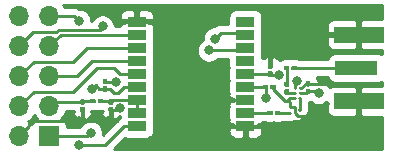
<source format=gbr>
G04 #@! TF.GenerationSoftware,KiCad,Pcbnew,(5.1.5)-3*
G04 #@! TF.CreationDate,2020-05-12T16:51:07+05:30*
G04 #@! TF.ProjectId,Teseo_Mod,54657365-6f5f-44d6-9f64-2e6b69636164,rev?*
G04 #@! TF.SameCoordinates,Original*
G04 #@! TF.FileFunction,Copper,L1,Top*
G04 #@! TF.FilePolarity,Positive*
%FSLAX46Y46*%
G04 Gerber Fmt 4.6, Leading zero omitted, Abs format (unit mm)*
G04 Created by KiCad (PCBNEW (5.1.5)-3) date 2020-05-12 16:51:07*
%MOMM*%
%LPD*%
G04 APERTURE LIST*
%ADD10O,1.700000X1.700000*%
%ADD11R,1.700000X1.700000*%
%ADD12R,0.200000X0.200000*%
%ADD13C,0.100000*%
%ADD14R,4.200000X1.350000*%
%ADD15R,3.600000X1.270000*%
%ADD16R,0.180000X0.250000*%
%ADD17R,1.600000X0.900000*%
%ADD18C,0.800000*%
%ADD19C,0.250000*%
%ADD20C,0.180000*%
%ADD21C,0.254000*%
G04 APERTURE END LIST*
D10*
X141060000Y-106120000D03*
X143600000Y-106120000D03*
X141060000Y-108660000D03*
X143600000Y-108660000D03*
X141060000Y-111200000D03*
X143600000Y-111200000D03*
X141060000Y-113740000D03*
X143600000Y-113740000D03*
X141060000Y-116280000D03*
D11*
X143600000Y-116280000D03*
D12*
X164400000Y-112200000D03*
X164400000Y-112600000D03*
X164400000Y-113000000D03*
X164800000Y-113000000D03*
X164800000Y-112600000D03*
X164800000Y-112200000D03*
G04 #@! TA.AperFunction,SMDPad,CuDef*
D13*
G36*
X164459802Y-110300482D02*
G01*
X164469509Y-110301921D01*
X164479028Y-110304306D01*
X164488268Y-110307612D01*
X164497140Y-110311808D01*
X164505557Y-110316853D01*
X164513439Y-110322699D01*
X164520711Y-110329289D01*
X164527301Y-110336561D01*
X164533147Y-110344443D01*
X164538192Y-110352860D01*
X164542388Y-110361732D01*
X164545694Y-110370972D01*
X164548079Y-110380491D01*
X164549518Y-110390198D01*
X164550000Y-110400000D01*
X164550000Y-110600000D01*
X164549518Y-110609802D01*
X164548079Y-110619509D01*
X164545694Y-110629028D01*
X164542388Y-110638268D01*
X164538192Y-110647140D01*
X164533147Y-110655557D01*
X164527301Y-110663439D01*
X164520711Y-110670711D01*
X164513439Y-110677301D01*
X164505557Y-110683147D01*
X164497140Y-110688192D01*
X164488268Y-110692388D01*
X164479028Y-110695694D01*
X164469509Y-110698079D01*
X164459802Y-110699518D01*
X164450000Y-110700000D01*
X164190000Y-110700000D01*
X164180198Y-110699518D01*
X164170491Y-110698079D01*
X164160972Y-110695694D01*
X164151732Y-110692388D01*
X164142860Y-110688192D01*
X164134443Y-110683147D01*
X164126561Y-110677301D01*
X164119289Y-110670711D01*
X164112699Y-110663439D01*
X164106853Y-110655557D01*
X164101808Y-110647140D01*
X164097612Y-110638268D01*
X164094306Y-110629028D01*
X164091921Y-110619509D01*
X164090482Y-110609802D01*
X164090000Y-110600000D01*
X164090000Y-110400000D01*
X164090482Y-110390198D01*
X164091921Y-110380491D01*
X164094306Y-110370972D01*
X164097612Y-110361732D01*
X164101808Y-110352860D01*
X164106853Y-110344443D01*
X164112699Y-110336561D01*
X164119289Y-110329289D01*
X164126561Y-110322699D01*
X164134443Y-110316853D01*
X164142860Y-110311808D01*
X164151732Y-110307612D01*
X164160972Y-110304306D01*
X164170491Y-110301921D01*
X164180198Y-110300482D01*
X164190000Y-110300000D01*
X164450000Y-110300000D01*
X164459802Y-110300482D01*
G37*
G04 #@! TD.AperFunction*
G04 #@! TA.AperFunction,SMDPad,CuDef*
G36*
X163819802Y-110300482D02*
G01*
X163829509Y-110301921D01*
X163839028Y-110304306D01*
X163848268Y-110307612D01*
X163857140Y-110311808D01*
X163865557Y-110316853D01*
X163873439Y-110322699D01*
X163880711Y-110329289D01*
X163887301Y-110336561D01*
X163893147Y-110344443D01*
X163898192Y-110352860D01*
X163902388Y-110361732D01*
X163905694Y-110370972D01*
X163908079Y-110380491D01*
X163909518Y-110390198D01*
X163910000Y-110400000D01*
X163910000Y-110600000D01*
X163909518Y-110609802D01*
X163908079Y-110619509D01*
X163905694Y-110629028D01*
X163902388Y-110638268D01*
X163898192Y-110647140D01*
X163893147Y-110655557D01*
X163887301Y-110663439D01*
X163880711Y-110670711D01*
X163873439Y-110677301D01*
X163865557Y-110683147D01*
X163857140Y-110688192D01*
X163848268Y-110692388D01*
X163839028Y-110695694D01*
X163829509Y-110698079D01*
X163819802Y-110699518D01*
X163810000Y-110700000D01*
X163550000Y-110700000D01*
X163540198Y-110699518D01*
X163530491Y-110698079D01*
X163520972Y-110695694D01*
X163511732Y-110692388D01*
X163502860Y-110688192D01*
X163494443Y-110683147D01*
X163486561Y-110677301D01*
X163479289Y-110670711D01*
X163472699Y-110663439D01*
X163466853Y-110655557D01*
X163461808Y-110647140D01*
X163457612Y-110638268D01*
X163454306Y-110629028D01*
X163451921Y-110619509D01*
X163450482Y-110609802D01*
X163450000Y-110600000D01*
X163450000Y-110400000D01*
X163450482Y-110390198D01*
X163451921Y-110380491D01*
X163454306Y-110370972D01*
X163457612Y-110361732D01*
X163461808Y-110352860D01*
X163466853Y-110344443D01*
X163472699Y-110336561D01*
X163479289Y-110329289D01*
X163486561Y-110322699D01*
X163494443Y-110316853D01*
X163502860Y-110311808D01*
X163511732Y-110307612D01*
X163520972Y-110304306D01*
X163530491Y-110301921D01*
X163540198Y-110300482D01*
X163550000Y-110300000D01*
X163810000Y-110300000D01*
X163819802Y-110300482D01*
G37*
G04 #@! TD.AperFunction*
G04 #@! TA.AperFunction,SMDPad,CuDef*
G36*
X165609802Y-111605482D02*
G01*
X165619509Y-111606921D01*
X165629028Y-111609306D01*
X165638268Y-111612612D01*
X165647140Y-111616808D01*
X165655557Y-111621853D01*
X165663439Y-111627699D01*
X165670711Y-111634289D01*
X165677301Y-111641561D01*
X165683147Y-111649443D01*
X165688192Y-111657860D01*
X165692388Y-111666732D01*
X165695694Y-111675972D01*
X165698079Y-111685491D01*
X165699518Y-111695198D01*
X165700000Y-111705000D01*
X165700000Y-111965000D01*
X165699518Y-111974802D01*
X165698079Y-111984509D01*
X165695694Y-111994028D01*
X165692388Y-112003268D01*
X165688192Y-112012140D01*
X165683147Y-112020557D01*
X165677301Y-112028439D01*
X165670711Y-112035711D01*
X165663439Y-112042301D01*
X165655557Y-112048147D01*
X165647140Y-112053192D01*
X165638268Y-112057388D01*
X165629028Y-112060694D01*
X165619509Y-112063079D01*
X165609802Y-112064518D01*
X165600000Y-112065000D01*
X165400000Y-112065000D01*
X165390198Y-112064518D01*
X165380491Y-112063079D01*
X165370972Y-112060694D01*
X165361732Y-112057388D01*
X165352860Y-112053192D01*
X165344443Y-112048147D01*
X165336561Y-112042301D01*
X165329289Y-112035711D01*
X165322699Y-112028439D01*
X165316853Y-112020557D01*
X165311808Y-112012140D01*
X165307612Y-112003268D01*
X165304306Y-111994028D01*
X165301921Y-111984509D01*
X165300482Y-111974802D01*
X165300000Y-111965000D01*
X165300000Y-111705000D01*
X165300482Y-111695198D01*
X165301921Y-111685491D01*
X165304306Y-111675972D01*
X165307612Y-111666732D01*
X165311808Y-111657860D01*
X165316853Y-111649443D01*
X165322699Y-111641561D01*
X165329289Y-111634289D01*
X165336561Y-111627699D01*
X165344443Y-111621853D01*
X165352860Y-111616808D01*
X165361732Y-111612612D01*
X165370972Y-111609306D01*
X165380491Y-111606921D01*
X165390198Y-111605482D01*
X165400000Y-111605000D01*
X165600000Y-111605000D01*
X165609802Y-111605482D01*
G37*
G04 #@! TD.AperFunction*
G04 #@! TA.AperFunction,SMDPad,CuDef*
G36*
X165609802Y-112245482D02*
G01*
X165619509Y-112246921D01*
X165629028Y-112249306D01*
X165638268Y-112252612D01*
X165647140Y-112256808D01*
X165655557Y-112261853D01*
X165663439Y-112267699D01*
X165670711Y-112274289D01*
X165677301Y-112281561D01*
X165683147Y-112289443D01*
X165688192Y-112297860D01*
X165692388Y-112306732D01*
X165695694Y-112315972D01*
X165698079Y-112325491D01*
X165699518Y-112335198D01*
X165700000Y-112345000D01*
X165700000Y-112605000D01*
X165699518Y-112614802D01*
X165698079Y-112624509D01*
X165695694Y-112634028D01*
X165692388Y-112643268D01*
X165688192Y-112652140D01*
X165683147Y-112660557D01*
X165677301Y-112668439D01*
X165670711Y-112675711D01*
X165663439Y-112682301D01*
X165655557Y-112688147D01*
X165647140Y-112693192D01*
X165638268Y-112697388D01*
X165629028Y-112700694D01*
X165619509Y-112703079D01*
X165609802Y-112704518D01*
X165600000Y-112705000D01*
X165400000Y-112705000D01*
X165390198Y-112704518D01*
X165380491Y-112703079D01*
X165370972Y-112700694D01*
X165361732Y-112697388D01*
X165352860Y-112693192D01*
X165344443Y-112688147D01*
X165336561Y-112682301D01*
X165329289Y-112675711D01*
X165322699Y-112668439D01*
X165316853Y-112660557D01*
X165311808Y-112652140D01*
X165307612Y-112643268D01*
X165304306Y-112634028D01*
X165301921Y-112624509D01*
X165300482Y-112614802D01*
X165300000Y-112605000D01*
X165300000Y-112345000D01*
X165300482Y-112335198D01*
X165301921Y-112325491D01*
X165304306Y-112315972D01*
X165307612Y-112306732D01*
X165311808Y-112297860D01*
X165316853Y-112289443D01*
X165322699Y-112281561D01*
X165329289Y-112274289D01*
X165336561Y-112267699D01*
X165344443Y-112261853D01*
X165352860Y-112256808D01*
X165361732Y-112252612D01*
X165370972Y-112249306D01*
X165380491Y-112246921D01*
X165390198Y-112245482D01*
X165400000Y-112245000D01*
X165600000Y-112245000D01*
X165609802Y-112245482D01*
G37*
G04 #@! TD.AperFunction*
G04 #@! TA.AperFunction,SMDPad,CuDef*
G36*
X162419802Y-114100482D02*
G01*
X162429509Y-114101921D01*
X162439028Y-114104306D01*
X162448268Y-114107612D01*
X162457140Y-114111808D01*
X162465557Y-114116853D01*
X162473439Y-114122699D01*
X162480711Y-114129289D01*
X162487301Y-114136561D01*
X162493147Y-114144443D01*
X162498192Y-114152860D01*
X162502388Y-114161732D01*
X162505694Y-114170972D01*
X162508079Y-114180491D01*
X162509518Y-114190198D01*
X162510000Y-114200000D01*
X162510000Y-114400000D01*
X162509518Y-114409802D01*
X162508079Y-114419509D01*
X162505694Y-114429028D01*
X162502388Y-114438268D01*
X162498192Y-114447140D01*
X162493147Y-114455557D01*
X162487301Y-114463439D01*
X162480711Y-114470711D01*
X162473439Y-114477301D01*
X162465557Y-114483147D01*
X162457140Y-114488192D01*
X162448268Y-114492388D01*
X162439028Y-114495694D01*
X162429509Y-114498079D01*
X162419802Y-114499518D01*
X162410000Y-114500000D01*
X162150000Y-114500000D01*
X162140198Y-114499518D01*
X162130491Y-114498079D01*
X162120972Y-114495694D01*
X162111732Y-114492388D01*
X162102860Y-114488192D01*
X162094443Y-114483147D01*
X162086561Y-114477301D01*
X162079289Y-114470711D01*
X162072699Y-114463439D01*
X162066853Y-114455557D01*
X162061808Y-114447140D01*
X162057612Y-114438268D01*
X162054306Y-114429028D01*
X162051921Y-114419509D01*
X162050482Y-114409802D01*
X162050000Y-114400000D01*
X162050000Y-114200000D01*
X162050482Y-114190198D01*
X162051921Y-114180491D01*
X162054306Y-114170972D01*
X162057612Y-114161732D01*
X162061808Y-114152860D01*
X162066853Y-114144443D01*
X162072699Y-114136561D01*
X162079289Y-114129289D01*
X162086561Y-114122699D01*
X162094443Y-114116853D01*
X162102860Y-114111808D01*
X162111732Y-114107612D01*
X162120972Y-114104306D01*
X162130491Y-114101921D01*
X162140198Y-114100482D01*
X162150000Y-114100000D01*
X162410000Y-114100000D01*
X162419802Y-114100482D01*
G37*
G04 #@! TD.AperFunction*
G04 #@! TA.AperFunction,SMDPad,CuDef*
G36*
X163059802Y-114100482D02*
G01*
X163069509Y-114101921D01*
X163079028Y-114104306D01*
X163088268Y-114107612D01*
X163097140Y-114111808D01*
X163105557Y-114116853D01*
X163113439Y-114122699D01*
X163120711Y-114129289D01*
X163127301Y-114136561D01*
X163133147Y-114144443D01*
X163138192Y-114152860D01*
X163142388Y-114161732D01*
X163145694Y-114170972D01*
X163148079Y-114180491D01*
X163149518Y-114190198D01*
X163150000Y-114200000D01*
X163150000Y-114400000D01*
X163149518Y-114409802D01*
X163148079Y-114419509D01*
X163145694Y-114429028D01*
X163142388Y-114438268D01*
X163138192Y-114447140D01*
X163133147Y-114455557D01*
X163127301Y-114463439D01*
X163120711Y-114470711D01*
X163113439Y-114477301D01*
X163105557Y-114483147D01*
X163097140Y-114488192D01*
X163088268Y-114492388D01*
X163079028Y-114495694D01*
X163069509Y-114498079D01*
X163059802Y-114499518D01*
X163050000Y-114500000D01*
X162790000Y-114500000D01*
X162780198Y-114499518D01*
X162770491Y-114498079D01*
X162760972Y-114495694D01*
X162751732Y-114492388D01*
X162742860Y-114488192D01*
X162734443Y-114483147D01*
X162726561Y-114477301D01*
X162719289Y-114470711D01*
X162712699Y-114463439D01*
X162706853Y-114455557D01*
X162701808Y-114447140D01*
X162697612Y-114438268D01*
X162694306Y-114429028D01*
X162691921Y-114419509D01*
X162690482Y-114409802D01*
X162690000Y-114400000D01*
X162690000Y-114200000D01*
X162690482Y-114190198D01*
X162691921Y-114180491D01*
X162694306Y-114170972D01*
X162697612Y-114161732D01*
X162701808Y-114152860D01*
X162706853Y-114144443D01*
X162712699Y-114136561D01*
X162719289Y-114129289D01*
X162726561Y-114122699D01*
X162734443Y-114116853D01*
X162742860Y-114111808D01*
X162751732Y-114107612D01*
X162760972Y-114104306D01*
X162770491Y-114101921D01*
X162780198Y-114100482D01*
X162790000Y-114100000D01*
X163050000Y-114100000D01*
X163059802Y-114100482D01*
G37*
G04 #@! TD.AperFunction*
G04 #@! TA.AperFunction,SMDPad,CuDef*
G36*
X148409802Y-111405482D02*
G01*
X148419509Y-111406921D01*
X148429028Y-111409306D01*
X148438268Y-111412612D01*
X148447140Y-111416808D01*
X148455557Y-111421853D01*
X148463439Y-111427699D01*
X148470711Y-111434289D01*
X148477301Y-111441561D01*
X148483147Y-111449443D01*
X148488192Y-111457860D01*
X148492388Y-111466732D01*
X148495694Y-111475972D01*
X148498079Y-111485491D01*
X148499518Y-111495198D01*
X148500000Y-111505000D01*
X148500000Y-111765000D01*
X148499518Y-111774802D01*
X148498079Y-111784509D01*
X148495694Y-111794028D01*
X148492388Y-111803268D01*
X148488192Y-111812140D01*
X148483147Y-111820557D01*
X148477301Y-111828439D01*
X148470711Y-111835711D01*
X148463439Y-111842301D01*
X148455557Y-111848147D01*
X148447140Y-111853192D01*
X148438268Y-111857388D01*
X148429028Y-111860694D01*
X148419509Y-111863079D01*
X148409802Y-111864518D01*
X148400000Y-111865000D01*
X148200000Y-111865000D01*
X148190198Y-111864518D01*
X148180491Y-111863079D01*
X148170972Y-111860694D01*
X148161732Y-111857388D01*
X148152860Y-111853192D01*
X148144443Y-111848147D01*
X148136561Y-111842301D01*
X148129289Y-111835711D01*
X148122699Y-111828439D01*
X148116853Y-111820557D01*
X148111808Y-111812140D01*
X148107612Y-111803268D01*
X148104306Y-111794028D01*
X148101921Y-111784509D01*
X148100482Y-111774802D01*
X148100000Y-111765000D01*
X148100000Y-111505000D01*
X148100482Y-111495198D01*
X148101921Y-111485491D01*
X148104306Y-111475972D01*
X148107612Y-111466732D01*
X148111808Y-111457860D01*
X148116853Y-111449443D01*
X148122699Y-111441561D01*
X148129289Y-111434289D01*
X148136561Y-111427699D01*
X148144443Y-111421853D01*
X148152860Y-111416808D01*
X148161732Y-111412612D01*
X148170972Y-111409306D01*
X148180491Y-111406921D01*
X148190198Y-111405482D01*
X148200000Y-111405000D01*
X148400000Y-111405000D01*
X148409802Y-111405482D01*
G37*
G04 #@! TD.AperFunction*
G04 #@! TA.AperFunction,SMDPad,CuDef*
G36*
X148409802Y-112045482D02*
G01*
X148419509Y-112046921D01*
X148429028Y-112049306D01*
X148438268Y-112052612D01*
X148447140Y-112056808D01*
X148455557Y-112061853D01*
X148463439Y-112067699D01*
X148470711Y-112074289D01*
X148477301Y-112081561D01*
X148483147Y-112089443D01*
X148488192Y-112097860D01*
X148492388Y-112106732D01*
X148495694Y-112115972D01*
X148498079Y-112125491D01*
X148499518Y-112135198D01*
X148500000Y-112145000D01*
X148500000Y-112405000D01*
X148499518Y-112414802D01*
X148498079Y-112424509D01*
X148495694Y-112434028D01*
X148492388Y-112443268D01*
X148488192Y-112452140D01*
X148483147Y-112460557D01*
X148477301Y-112468439D01*
X148470711Y-112475711D01*
X148463439Y-112482301D01*
X148455557Y-112488147D01*
X148447140Y-112493192D01*
X148438268Y-112497388D01*
X148429028Y-112500694D01*
X148419509Y-112503079D01*
X148409802Y-112504518D01*
X148400000Y-112505000D01*
X148200000Y-112505000D01*
X148190198Y-112504518D01*
X148180491Y-112503079D01*
X148170972Y-112500694D01*
X148161732Y-112497388D01*
X148152860Y-112493192D01*
X148144443Y-112488147D01*
X148136561Y-112482301D01*
X148129289Y-112475711D01*
X148122699Y-112468439D01*
X148116853Y-112460557D01*
X148111808Y-112452140D01*
X148107612Y-112443268D01*
X148104306Y-112434028D01*
X148101921Y-112424509D01*
X148100482Y-112414802D01*
X148100000Y-112405000D01*
X148100000Y-112145000D01*
X148100482Y-112135198D01*
X148101921Y-112125491D01*
X148104306Y-112115972D01*
X148107612Y-112106732D01*
X148111808Y-112097860D01*
X148116853Y-112089443D01*
X148122699Y-112081561D01*
X148129289Y-112074289D01*
X148136561Y-112067699D01*
X148144443Y-112061853D01*
X148152860Y-112056808D01*
X148161732Y-112052612D01*
X148170972Y-112049306D01*
X148180491Y-112046921D01*
X148190198Y-112045482D01*
X148200000Y-112045000D01*
X148400000Y-112045000D01*
X148409802Y-112045482D01*
G37*
G04 #@! TD.AperFunction*
G04 #@! TA.AperFunction,SMDPad,CuDef*
G36*
X162409802Y-110770482D02*
G01*
X162419509Y-110771921D01*
X162429028Y-110774306D01*
X162438268Y-110777612D01*
X162447140Y-110781808D01*
X162455557Y-110786853D01*
X162463439Y-110792699D01*
X162470711Y-110799289D01*
X162477301Y-110806561D01*
X162483147Y-110814443D01*
X162488192Y-110822860D01*
X162492388Y-110831732D01*
X162495694Y-110840972D01*
X162498079Y-110850491D01*
X162499518Y-110860198D01*
X162500000Y-110870000D01*
X162500000Y-111130000D01*
X162499518Y-111139802D01*
X162498079Y-111149509D01*
X162495694Y-111159028D01*
X162492388Y-111168268D01*
X162488192Y-111177140D01*
X162483147Y-111185557D01*
X162477301Y-111193439D01*
X162470711Y-111200711D01*
X162463439Y-111207301D01*
X162455557Y-111213147D01*
X162447140Y-111218192D01*
X162438268Y-111222388D01*
X162429028Y-111225694D01*
X162419509Y-111228079D01*
X162409802Y-111229518D01*
X162400000Y-111230000D01*
X162200000Y-111230000D01*
X162190198Y-111229518D01*
X162180491Y-111228079D01*
X162170972Y-111225694D01*
X162161732Y-111222388D01*
X162152860Y-111218192D01*
X162144443Y-111213147D01*
X162136561Y-111207301D01*
X162129289Y-111200711D01*
X162122699Y-111193439D01*
X162116853Y-111185557D01*
X162111808Y-111177140D01*
X162107612Y-111168268D01*
X162104306Y-111159028D01*
X162101921Y-111149509D01*
X162100482Y-111139802D01*
X162100000Y-111130000D01*
X162100000Y-110870000D01*
X162100482Y-110860198D01*
X162101921Y-110850491D01*
X162104306Y-110840972D01*
X162107612Y-110831732D01*
X162111808Y-110822860D01*
X162116853Y-110814443D01*
X162122699Y-110806561D01*
X162129289Y-110799289D01*
X162136561Y-110792699D01*
X162144443Y-110786853D01*
X162152860Y-110781808D01*
X162161732Y-110777612D01*
X162170972Y-110774306D01*
X162180491Y-110771921D01*
X162190198Y-110770482D01*
X162200000Y-110770000D01*
X162400000Y-110770000D01*
X162409802Y-110770482D01*
G37*
G04 #@! TD.AperFunction*
G04 #@! TA.AperFunction,SMDPad,CuDef*
G36*
X162409802Y-110130482D02*
G01*
X162419509Y-110131921D01*
X162429028Y-110134306D01*
X162438268Y-110137612D01*
X162447140Y-110141808D01*
X162455557Y-110146853D01*
X162463439Y-110152699D01*
X162470711Y-110159289D01*
X162477301Y-110166561D01*
X162483147Y-110174443D01*
X162488192Y-110182860D01*
X162492388Y-110191732D01*
X162495694Y-110200972D01*
X162498079Y-110210491D01*
X162499518Y-110220198D01*
X162500000Y-110230000D01*
X162500000Y-110490000D01*
X162499518Y-110499802D01*
X162498079Y-110509509D01*
X162495694Y-110519028D01*
X162492388Y-110528268D01*
X162488192Y-110537140D01*
X162483147Y-110545557D01*
X162477301Y-110553439D01*
X162470711Y-110560711D01*
X162463439Y-110567301D01*
X162455557Y-110573147D01*
X162447140Y-110578192D01*
X162438268Y-110582388D01*
X162429028Y-110585694D01*
X162419509Y-110588079D01*
X162409802Y-110589518D01*
X162400000Y-110590000D01*
X162200000Y-110590000D01*
X162190198Y-110589518D01*
X162180491Y-110588079D01*
X162170972Y-110585694D01*
X162161732Y-110582388D01*
X162152860Y-110578192D01*
X162144443Y-110573147D01*
X162136561Y-110567301D01*
X162129289Y-110560711D01*
X162122699Y-110553439D01*
X162116853Y-110545557D01*
X162111808Y-110537140D01*
X162107612Y-110528268D01*
X162104306Y-110519028D01*
X162101921Y-110509509D01*
X162100482Y-110499802D01*
X162100000Y-110490000D01*
X162100000Y-110230000D01*
X162100482Y-110220198D01*
X162101921Y-110210491D01*
X162104306Y-110200972D01*
X162107612Y-110191732D01*
X162111808Y-110182860D01*
X162116853Y-110174443D01*
X162122699Y-110166561D01*
X162129289Y-110159289D01*
X162136561Y-110152699D01*
X162144443Y-110146853D01*
X162152860Y-110141808D01*
X162161732Y-110137612D01*
X162170972Y-110134306D01*
X162180491Y-110131921D01*
X162190198Y-110130482D01*
X162200000Y-110130000D01*
X162400000Y-110130000D01*
X162409802Y-110130482D01*
G37*
G04 #@! TD.AperFunction*
G04 #@! TA.AperFunction,SMDPad,CuDef*
G36*
X148909802Y-113790482D02*
G01*
X148919509Y-113791921D01*
X148929028Y-113794306D01*
X148938268Y-113797612D01*
X148947140Y-113801808D01*
X148955557Y-113806853D01*
X148963439Y-113812699D01*
X148970711Y-113819289D01*
X148977301Y-113826561D01*
X148983147Y-113834443D01*
X148988192Y-113842860D01*
X148992388Y-113851732D01*
X148995694Y-113860972D01*
X148998079Y-113870491D01*
X148999518Y-113880198D01*
X149000000Y-113890000D01*
X149000000Y-114150000D01*
X148999518Y-114159802D01*
X148998079Y-114169509D01*
X148995694Y-114179028D01*
X148992388Y-114188268D01*
X148988192Y-114197140D01*
X148983147Y-114205557D01*
X148977301Y-114213439D01*
X148970711Y-114220711D01*
X148963439Y-114227301D01*
X148955557Y-114233147D01*
X148947140Y-114238192D01*
X148938268Y-114242388D01*
X148929028Y-114245694D01*
X148919509Y-114248079D01*
X148909802Y-114249518D01*
X148900000Y-114250000D01*
X148700000Y-114250000D01*
X148690198Y-114249518D01*
X148680491Y-114248079D01*
X148670972Y-114245694D01*
X148661732Y-114242388D01*
X148652860Y-114238192D01*
X148644443Y-114233147D01*
X148636561Y-114227301D01*
X148629289Y-114220711D01*
X148622699Y-114213439D01*
X148616853Y-114205557D01*
X148611808Y-114197140D01*
X148607612Y-114188268D01*
X148604306Y-114179028D01*
X148601921Y-114169509D01*
X148600482Y-114159802D01*
X148600000Y-114150000D01*
X148600000Y-113890000D01*
X148600482Y-113880198D01*
X148601921Y-113870491D01*
X148604306Y-113860972D01*
X148607612Y-113851732D01*
X148611808Y-113842860D01*
X148616853Y-113834443D01*
X148622699Y-113826561D01*
X148629289Y-113819289D01*
X148636561Y-113812699D01*
X148644443Y-113806853D01*
X148652860Y-113801808D01*
X148661732Y-113797612D01*
X148670972Y-113794306D01*
X148680491Y-113791921D01*
X148690198Y-113790482D01*
X148700000Y-113790000D01*
X148900000Y-113790000D01*
X148909802Y-113790482D01*
G37*
G04 #@! TD.AperFunction*
G04 #@! TA.AperFunction,SMDPad,CuDef*
G36*
X148909802Y-113150482D02*
G01*
X148919509Y-113151921D01*
X148929028Y-113154306D01*
X148938268Y-113157612D01*
X148947140Y-113161808D01*
X148955557Y-113166853D01*
X148963439Y-113172699D01*
X148970711Y-113179289D01*
X148977301Y-113186561D01*
X148983147Y-113194443D01*
X148988192Y-113202860D01*
X148992388Y-113211732D01*
X148995694Y-113220972D01*
X148998079Y-113230491D01*
X148999518Y-113240198D01*
X149000000Y-113250000D01*
X149000000Y-113510000D01*
X148999518Y-113519802D01*
X148998079Y-113529509D01*
X148995694Y-113539028D01*
X148992388Y-113548268D01*
X148988192Y-113557140D01*
X148983147Y-113565557D01*
X148977301Y-113573439D01*
X148970711Y-113580711D01*
X148963439Y-113587301D01*
X148955557Y-113593147D01*
X148947140Y-113598192D01*
X148938268Y-113602388D01*
X148929028Y-113605694D01*
X148919509Y-113608079D01*
X148909802Y-113609518D01*
X148900000Y-113610000D01*
X148700000Y-113610000D01*
X148690198Y-113609518D01*
X148680491Y-113608079D01*
X148670972Y-113605694D01*
X148661732Y-113602388D01*
X148652860Y-113598192D01*
X148644443Y-113593147D01*
X148636561Y-113587301D01*
X148629289Y-113580711D01*
X148622699Y-113573439D01*
X148616853Y-113565557D01*
X148611808Y-113557140D01*
X148607612Y-113548268D01*
X148604306Y-113539028D01*
X148601921Y-113529509D01*
X148600482Y-113519802D01*
X148600000Y-113510000D01*
X148600000Y-113250000D01*
X148600482Y-113240198D01*
X148601921Y-113230491D01*
X148604306Y-113220972D01*
X148607612Y-113211732D01*
X148611808Y-113202860D01*
X148616853Y-113194443D01*
X148622699Y-113186561D01*
X148629289Y-113179289D01*
X148636561Y-113172699D01*
X148644443Y-113166853D01*
X148652860Y-113161808D01*
X148661732Y-113157612D01*
X148670972Y-113154306D01*
X148680491Y-113151921D01*
X148690198Y-113150482D01*
X148700000Y-113150000D01*
X148900000Y-113150000D01*
X148909802Y-113150482D01*
G37*
G04 #@! TD.AperFunction*
G04 #@! TA.AperFunction,SMDPad,CuDef*
G36*
X146509802Y-113150482D02*
G01*
X146519509Y-113151921D01*
X146529028Y-113154306D01*
X146538268Y-113157612D01*
X146547140Y-113161808D01*
X146555557Y-113166853D01*
X146563439Y-113172699D01*
X146570711Y-113179289D01*
X146577301Y-113186561D01*
X146583147Y-113194443D01*
X146588192Y-113202860D01*
X146592388Y-113211732D01*
X146595694Y-113220972D01*
X146598079Y-113230491D01*
X146599518Y-113240198D01*
X146600000Y-113250000D01*
X146600000Y-113510000D01*
X146599518Y-113519802D01*
X146598079Y-113529509D01*
X146595694Y-113539028D01*
X146592388Y-113548268D01*
X146588192Y-113557140D01*
X146583147Y-113565557D01*
X146577301Y-113573439D01*
X146570711Y-113580711D01*
X146563439Y-113587301D01*
X146555557Y-113593147D01*
X146547140Y-113598192D01*
X146538268Y-113602388D01*
X146529028Y-113605694D01*
X146519509Y-113608079D01*
X146509802Y-113609518D01*
X146500000Y-113610000D01*
X146300000Y-113610000D01*
X146290198Y-113609518D01*
X146280491Y-113608079D01*
X146270972Y-113605694D01*
X146261732Y-113602388D01*
X146252860Y-113598192D01*
X146244443Y-113593147D01*
X146236561Y-113587301D01*
X146229289Y-113580711D01*
X146222699Y-113573439D01*
X146216853Y-113565557D01*
X146211808Y-113557140D01*
X146207612Y-113548268D01*
X146204306Y-113539028D01*
X146201921Y-113529509D01*
X146200482Y-113519802D01*
X146200000Y-113510000D01*
X146200000Y-113250000D01*
X146200482Y-113240198D01*
X146201921Y-113230491D01*
X146204306Y-113220972D01*
X146207612Y-113211732D01*
X146211808Y-113202860D01*
X146216853Y-113194443D01*
X146222699Y-113186561D01*
X146229289Y-113179289D01*
X146236561Y-113172699D01*
X146244443Y-113166853D01*
X146252860Y-113161808D01*
X146261732Y-113157612D01*
X146270972Y-113154306D01*
X146280491Y-113151921D01*
X146290198Y-113150482D01*
X146300000Y-113150000D01*
X146500000Y-113150000D01*
X146509802Y-113150482D01*
G37*
G04 #@! TD.AperFunction*
G04 #@! TA.AperFunction,SMDPad,CuDef*
G36*
X146509802Y-113790482D02*
G01*
X146519509Y-113791921D01*
X146529028Y-113794306D01*
X146538268Y-113797612D01*
X146547140Y-113801808D01*
X146555557Y-113806853D01*
X146563439Y-113812699D01*
X146570711Y-113819289D01*
X146577301Y-113826561D01*
X146583147Y-113834443D01*
X146588192Y-113842860D01*
X146592388Y-113851732D01*
X146595694Y-113860972D01*
X146598079Y-113870491D01*
X146599518Y-113880198D01*
X146600000Y-113890000D01*
X146600000Y-114150000D01*
X146599518Y-114159802D01*
X146598079Y-114169509D01*
X146595694Y-114179028D01*
X146592388Y-114188268D01*
X146588192Y-114197140D01*
X146583147Y-114205557D01*
X146577301Y-114213439D01*
X146570711Y-114220711D01*
X146563439Y-114227301D01*
X146555557Y-114233147D01*
X146547140Y-114238192D01*
X146538268Y-114242388D01*
X146529028Y-114245694D01*
X146519509Y-114248079D01*
X146509802Y-114249518D01*
X146500000Y-114250000D01*
X146300000Y-114250000D01*
X146290198Y-114249518D01*
X146280491Y-114248079D01*
X146270972Y-114245694D01*
X146261732Y-114242388D01*
X146252860Y-114238192D01*
X146244443Y-114233147D01*
X146236561Y-114227301D01*
X146229289Y-114220711D01*
X146222699Y-114213439D01*
X146216853Y-114205557D01*
X146211808Y-114197140D01*
X146207612Y-114188268D01*
X146204306Y-114179028D01*
X146201921Y-114169509D01*
X146200482Y-114159802D01*
X146200000Y-114150000D01*
X146200000Y-113890000D01*
X146200482Y-113880198D01*
X146201921Y-113870491D01*
X146204306Y-113860972D01*
X146207612Y-113851732D01*
X146211808Y-113842860D01*
X146216853Y-113834443D01*
X146222699Y-113826561D01*
X146229289Y-113819289D01*
X146236561Y-113812699D01*
X146244443Y-113806853D01*
X146252860Y-113801808D01*
X146261732Y-113797612D01*
X146270972Y-113794306D01*
X146280491Y-113791921D01*
X146290198Y-113790482D01*
X146300000Y-113790000D01*
X146500000Y-113790000D01*
X146509802Y-113790482D01*
G37*
G04 #@! TD.AperFunction*
D14*
X169800000Y-113325000D03*
X169800000Y-107675000D03*
D15*
X169600000Y-110500000D03*
G04 #@! TA.AperFunction,SMDPad,CuDef*
D13*
G36*
X163809802Y-111650482D02*
G01*
X163819509Y-111651921D01*
X163829028Y-111654306D01*
X163838268Y-111657612D01*
X163847140Y-111661808D01*
X163855557Y-111666853D01*
X163863439Y-111672699D01*
X163870711Y-111679289D01*
X163877301Y-111686561D01*
X163883147Y-111694443D01*
X163888192Y-111702860D01*
X163892388Y-111711732D01*
X163895694Y-111720972D01*
X163898079Y-111730491D01*
X163899518Y-111740198D01*
X163900000Y-111750000D01*
X163900000Y-112010000D01*
X163899518Y-112019802D01*
X163898079Y-112029509D01*
X163895694Y-112039028D01*
X163892388Y-112048268D01*
X163888192Y-112057140D01*
X163883147Y-112065557D01*
X163877301Y-112073439D01*
X163870711Y-112080711D01*
X163863439Y-112087301D01*
X163855557Y-112093147D01*
X163847140Y-112098192D01*
X163838268Y-112102388D01*
X163829028Y-112105694D01*
X163819509Y-112108079D01*
X163809802Y-112109518D01*
X163800000Y-112110000D01*
X163600000Y-112110000D01*
X163590198Y-112109518D01*
X163580491Y-112108079D01*
X163570972Y-112105694D01*
X163561732Y-112102388D01*
X163552860Y-112098192D01*
X163544443Y-112093147D01*
X163536561Y-112087301D01*
X163529289Y-112080711D01*
X163522699Y-112073439D01*
X163516853Y-112065557D01*
X163511808Y-112057140D01*
X163507612Y-112048268D01*
X163504306Y-112039028D01*
X163501921Y-112029509D01*
X163500482Y-112019802D01*
X163500000Y-112010000D01*
X163500000Y-111750000D01*
X163500482Y-111740198D01*
X163501921Y-111730491D01*
X163504306Y-111720972D01*
X163507612Y-111711732D01*
X163511808Y-111702860D01*
X163516853Y-111694443D01*
X163522699Y-111686561D01*
X163529289Y-111679289D01*
X163536561Y-111672699D01*
X163544443Y-111666853D01*
X163552860Y-111661808D01*
X163561732Y-111657612D01*
X163570972Y-111654306D01*
X163580491Y-111651921D01*
X163590198Y-111650482D01*
X163600000Y-111650000D01*
X163800000Y-111650000D01*
X163809802Y-111650482D01*
G37*
G04 #@! TD.AperFunction*
G04 #@! TA.AperFunction,SMDPad,CuDef*
G36*
X163809802Y-112290482D02*
G01*
X163819509Y-112291921D01*
X163829028Y-112294306D01*
X163838268Y-112297612D01*
X163847140Y-112301808D01*
X163855557Y-112306853D01*
X163863439Y-112312699D01*
X163870711Y-112319289D01*
X163877301Y-112326561D01*
X163883147Y-112334443D01*
X163888192Y-112342860D01*
X163892388Y-112351732D01*
X163895694Y-112360972D01*
X163898079Y-112370491D01*
X163899518Y-112380198D01*
X163900000Y-112390000D01*
X163900000Y-112650000D01*
X163899518Y-112659802D01*
X163898079Y-112669509D01*
X163895694Y-112679028D01*
X163892388Y-112688268D01*
X163888192Y-112697140D01*
X163883147Y-112705557D01*
X163877301Y-112713439D01*
X163870711Y-112720711D01*
X163863439Y-112727301D01*
X163855557Y-112733147D01*
X163847140Y-112738192D01*
X163838268Y-112742388D01*
X163829028Y-112745694D01*
X163819509Y-112748079D01*
X163809802Y-112749518D01*
X163800000Y-112750000D01*
X163600000Y-112750000D01*
X163590198Y-112749518D01*
X163580491Y-112748079D01*
X163570972Y-112745694D01*
X163561732Y-112742388D01*
X163552860Y-112738192D01*
X163544443Y-112733147D01*
X163536561Y-112727301D01*
X163529289Y-112720711D01*
X163522699Y-112713439D01*
X163516853Y-112705557D01*
X163511808Y-112697140D01*
X163507612Y-112688268D01*
X163504306Y-112679028D01*
X163501921Y-112669509D01*
X163500482Y-112659802D01*
X163500000Y-112650000D01*
X163500000Y-112390000D01*
X163500482Y-112380198D01*
X163501921Y-112370491D01*
X163504306Y-112360972D01*
X163507612Y-112351732D01*
X163511808Y-112342860D01*
X163516853Y-112334443D01*
X163522699Y-112326561D01*
X163529289Y-112319289D01*
X163536561Y-112312699D01*
X163544443Y-112306853D01*
X163552860Y-112301808D01*
X163561732Y-112297612D01*
X163570972Y-112294306D01*
X163580491Y-112291921D01*
X163590198Y-112290482D01*
X163600000Y-112290000D01*
X163800000Y-112290000D01*
X163809802Y-112290482D01*
G37*
G04 #@! TD.AperFunction*
G04 #@! TA.AperFunction,SMDPad,CuDef*
G36*
X148059802Y-113100482D02*
G01*
X148069509Y-113101921D01*
X148079028Y-113104306D01*
X148088268Y-113107612D01*
X148097140Y-113111808D01*
X148105557Y-113116853D01*
X148113439Y-113122699D01*
X148120711Y-113129289D01*
X148127301Y-113136561D01*
X148133147Y-113144443D01*
X148138192Y-113152860D01*
X148142388Y-113161732D01*
X148145694Y-113170972D01*
X148148079Y-113180491D01*
X148149518Y-113190198D01*
X148150000Y-113200000D01*
X148150000Y-113400000D01*
X148149518Y-113409802D01*
X148148079Y-113419509D01*
X148145694Y-113429028D01*
X148142388Y-113438268D01*
X148138192Y-113447140D01*
X148133147Y-113455557D01*
X148127301Y-113463439D01*
X148120711Y-113470711D01*
X148113439Y-113477301D01*
X148105557Y-113483147D01*
X148097140Y-113488192D01*
X148088268Y-113492388D01*
X148079028Y-113495694D01*
X148069509Y-113498079D01*
X148059802Y-113499518D01*
X148050000Y-113500000D01*
X147790000Y-113500000D01*
X147780198Y-113499518D01*
X147770491Y-113498079D01*
X147760972Y-113495694D01*
X147751732Y-113492388D01*
X147742860Y-113488192D01*
X147734443Y-113483147D01*
X147726561Y-113477301D01*
X147719289Y-113470711D01*
X147712699Y-113463439D01*
X147706853Y-113455557D01*
X147701808Y-113447140D01*
X147697612Y-113438268D01*
X147694306Y-113429028D01*
X147691921Y-113419509D01*
X147690482Y-113409802D01*
X147690000Y-113400000D01*
X147690000Y-113200000D01*
X147690482Y-113190198D01*
X147691921Y-113180491D01*
X147694306Y-113170972D01*
X147697612Y-113161732D01*
X147701808Y-113152860D01*
X147706853Y-113144443D01*
X147712699Y-113136561D01*
X147719289Y-113129289D01*
X147726561Y-113122699D01*
X147734443Y-113116853D01*
X147742860Y-113111808D01*
X147751732Y-113107612D01*
X147760972Y-113104306D01*
X147770491Y-113101921D01*
X147780198Y-113100482D01*
X147790000Y-113100000D01*
X148050000Y-113100000D01*
X148059802Y-113100482D01*
G37*
G04 #@! TD.AperFunction*
G04 #@! TA.AperFunction,SMDPad,CuDef*
G36*
X147419802Y-113100482D02*
G01*
X147429509Y-113101921D01*
X147439028Y-113104306D01*
X147448268Y-113107612D01*
X147457140Y-113111808D01*
X147465557Y-113116853D01*
X147473439Y-113122699D01*
X147480711Y-113129289D01*
X147487301Y-113136561D01*
X147493147Y-113144443D01*
X147498192Y-113152860D01*
X147502388Y-113161732D01*
X147505694Y-113170972D01*
X147508079Y-113180491D01*
X147509518Y-113190198D01*
X147510000Y-113200000D01*
X147510000Y-113400000D01*
X147509518Y-113409802D01*
X147508079Y-113419509D01*
X147505694Y-113429028D01*
X147502388Y-113438268D01*
X147498192Y-113447140D01*
X147493147Y-113455557D01*
X147487301Y-113463439D01*
X147480711Y-113470711D01*
X147473439Y-113477301D01*
X147465557Y-113483147D01*
X147457140Y-113488192D01*
X147448268Y-113492388D01*
X147439028Y-113495694D01*
X147429509Y-113498079D01*
X147419802Y-113499518D01*
X147410000Y-113500000D01*
X147150000Y-113500000D01*
X147140198Y-113499518D01*
X147130491Y-113498079D01*
X147120972Y-113495694D01*
X147111732Y-113492388D01*
X147102860Y-113488192D01*
X147094443Y-113483147D01*
X147086561Y-113477301D01*
X147079289Y-113470711D01*
X147072699Y-113463439D01*
X147066853Y-113455557D01*
X147061808Y-113447140D01*
X147057612Y-113438268D01*
X147054306Y-113429028D01*
X147051921Y-113419509D01*
X147050482Y-113409802D01*
X147050000Y-113400000D01*
X147050000Y-113200000D01*
X147050482Y-113190198D01*
X147051921Y-113180491D01*
X147054306Y-113170972D01*
X147057612Y-113161732D01*
X147061808Y-113152860D01*
X147066853Y-113144443D01*
X147072699Y-113136561D01*
X147079289Y-113129289D01*
X147086561Y-113122699D01*
X147094443Y-113116853D01*
X147102860Y-113111808D01*
X147111732Y-113107612D01*
X147120972Y-113104306D01*
X147130491Y-113101921D01*
X147140198Y-113100482D01*
X147150000Y-113100000D01*
X147410000Y-113100000D01*
X147419802Y-113100482D01*
G37*
G04 #@! TD.AperFunction*
G04 #@! TA.AperFunction,SMDPad,CuDef*
G36*
X162659802Y-111900482D02*
G01*
X162669509Y-111901921D01*
X162679028Y-111904306D01*
X162688268Y-111907612D01*
X162697140Y-111911808D01*
X162705557Y-111916853D01*
X162713439Y-111922699D01*
X162720711Y-111929289D01*
X162727301Y-111936561D01*
X162733147Y-111944443D01*
X162738192Y-111952860D01*
X162742388Y-111961732D01*
X162745694Y-111970972D01*
X162748079Y-111980491D01*
X162749518Y-111990198D01*
X162750000Y-112000000D01*
X162750000Y-112200000D01*
X162749518Y-112209802D01*
X162748079Y-112219509D01*
X162745694Y-112229028D01*
X162742388Y-112238268D01*
X162738192Y-112247140D01*
X162733147Y-112255557D01*
X162727301Y-112263439D01*
X162720711Y-112270711D01*
X162713439Y-112277301D01*
X162705557Y-112283147D01*
X162697140Y-112288192D01*
X162688268Y-112292388D01*
X162679028Y-112295694D01*
X162669509Y-112298079D01*
X162659802Y-112299518D01*
X162650000Y-112300000D01*
X162390000Y-112300000D01*
X162380198Y-112299518D01*
X162370491Y-112298079D01*
X162360972Y-112295694D01*
X162351732Y-112292388D01*
X162342860Y-112288192D01*
X162334443Y-112283147D01*
X162326561Y-112277301D01*
X162319289Y-112270711D01*
X162312699Y-112263439D01*
X162306853Y-112255557D01*
X162301808Y-112247140D01*
X162297612Y-112238268D01*
X162294306Y-112229028D01*
X162291921Y-112219509D01*
X162290482Y-112209802D01*
X162290000Y-112200000D01*
X162290000Y-112000000D01*
X162290482Y-111990198D01*
X162291921Y-111980491D01*
X162294306Y-111970972D01*
X162297612Y-111961732D01*
X162301808Y-111952860D01*
X162306853Y-111944443D01*
X162312699Y-111936561D01*
X162319289Y-111929289D01*
X162326561Y-111922699D01*
X162334443Y-111916853D01*
X162342860Y-111911808D01*
X162351732Y-111907612D01*
X162360972Y-111904306D01*
X162370491Y-111901921D01*
X162380198Y-111900482D01*
X162390000Y-111900000D01*
X162650000Y-111900000D01*
X162659802Y-111900482D01*
G37*
G04 #@! TD.AperFunction*
G04 #@! TA.AperFunction,SMDPad,CuDef*
G36*
X162019802Y-111900482D02*
G01*
X162029509Y-111901921D01*
X162039028Y-111904306D01*
X162048268Y-111907612D01*
X162057140Y-111911808D01*
X162065557Y-111916853D01*
X162073439Y-111922699D01*
X162080711Y-111929289D01*
X162087301Y-111936561D01*
X162093147Y-111944443D01*
X162098192Y-111952860D01*
X162102388Y-111961732D01*
X162105694Y-111970972D01*
X162108079Y-111980491D01*
X162109518Y-111990198D01*
X162110000Y-112000000D01*
X162110000Y-112200000D01*
X162109518Y-112209802D01*
X162108079Y-112219509D01*
X162105694Y-112229028D01*
X162102388Y-112238268D01*
X162098192Y-112247140D01*
X162093147Y-112255557D01*
X162087301Y-112263439D01*
X162080711Y-112270711D01*
X162073439Y-112277301D01*
X162065557Y-112283147D01*
X162057140Y-112288192D01*
X162048268Y-112292388D01*
X162039028Y-112295694D01*
X162029509Y-112298079D01*
X162019802Y-112299518D01*
X162010000Y-112300000D01*
X161750000Y-112300000D01*
X161740198Y-112299518D01*
X161730491Y-112298079D01*
X161720972Y-112295694D01*
X161711732Y-112292388D01*
X161702860Y-112288192D01*
X161694443Y-112283147D01*
X161686561Y-112277301D01*
X161679289Y-112270711D01*
X161672699Y-112263439D01*
X161666853Y-112255557D01*
X161661808Y-112247140D01*
X161657612Y-112238268D01*
X161654306Y-112229028D01*
X161651921Y-112219509D01*
X161650482Y-112209802D01*
X161650000Y-112200000D01*
X161650000Y-112000000D01*
X161650482Y-111990198D01*
X161651921Y-111980491D01*
X161654306Y-111970972D01*
X161657612Y-111961732D01*
X161661808Y-111952860D01*
X161666853Y-111944443D01*
X161672699Y-111936561D01*
X161679289Y-111929289D01*
X161686561Y-111922699D01*
X161694443Y-111916853D01*
X161702860Y-111911808D01*
X161711732Y-111907612D01*
X161720972Y-111904306D01*
X161730491Y-111901921D01*
X161740198Y-111900482D01*
X161750000Y-111900000D01*
X162010000Y-111900000D01*
X162019802Y-111900482D01*
G37*
G04 #@! TD.AperFunction*
D16*
X164000000Y-114300000D03*
X164000000Y-113800000D03*
X164385000Y-114300000D03*
X164385000Y-113800000D03*
X164770000Y-114050000D03*
D17*
X160200000Y-115400000D03*
X160200000Y-114300000D03*
X160200000Y-113200000D03*
X160200000Y-112100000D03*
X160200000Y-111000000D03*
X160200000Y-109900000D03*
X160200000Y-108800000D03*
X160200000Y-107700000D03*
X160200000Y-106600000D03*
X151000000Y-115400000D03*
X151000000Y-114300000D03*
X151000000Y-113200000D03*
X151000000Y-112100000D03*
X151000000Y-106600000D03*
X151000000Y-107700000D03*
X151000000Y-108800000D03*
X151000000Y-109900000D03*
X151000000Y-111000000D03*
D18*
X146100000Y-115000000D03*
X148600000Y-115000000D03*
X170800000Y-105700000D03*
X169600000Y-105700000D03*
X168400000Y-105700000D03*
X167000000Y-105700000D03*
X165500000Y-105700000D03*
X164200000Y-105700000D03*
X162800000Y-105700000D03*
X162800000Y-106800000D03*
X164200000Y-106800000D03*
X165500000Y-106800000D03*
X162800000Y-107900000D03*
X164200000Y-107900000D03*
X165500000Y-107900000D03*
X164200000Y-109000000D03*
X165600000Y-109000000D03*
X166000000Y-114600000D03*
X171100000Y-115100000D03*
X170100000Y-115100000D03*
X168800000Y-115100000D03*
X167500000Y-115100000D03*
X171200000Y-116100000D03*
X170200000Y-116200000D03*
X169000000Y-116300000D03*
X167800000Y-116200000D03*
X166500000Y-116200000D03*
X165200000Y-116200000D03*
X163600000Y-116200000D03*
X162200000Y-116200000D03*
X158100000Y-105600000D03*
X157000000Y-105600000D03*
X155900000Y-105600000D03*
X154800000Y-105600000D03*
X153500000Y-105500000D03*
X149600000Y-113900000D03*
X149200000Y-111700000D03*
X166400000Y-112600000D03*
X163025000Y-111100000D03*
X147100000Y-116000000D03*
X147200000Y-112300000D03*
X148100000Y-106975000D03*
X157100000Y-109000000D03*
X146100000Y-106500000D03*
X157600000Y-108000000D03*
X146100000Y-117005000D03*
X164566605Y-111566420D03*
X161900000Y-113000000D03*
D19*
X169600000Y-110500000D02*
X164320000Y-110500000D01*
X163700000Y-110520000D02*
X163680000Y-110500000D01*
X163700000Y-111880000D02*
X163700000Y-110520000D01*
X146400000Y-114020000D02*
X146400000Y-114700000D01*
X146400000Y-114700000D02*
X146100000Y-115000000D01*
X148800000Y-114020000D02*
X148800000Y-114800000D01*
X148800000Y-114800000D02*
X148600000Y-115000000D01*
X141909999Y-115430001D02*
X141909999Y-115190001D01*
X141060000Y-116280000D02*
X141909999Y-115430001D01*
X142100000Y-115000000D02*
X146100000Y-115000000D01*
X141909999Y-115190001D02*
X142100000Y-115000000D01*
X164000000Y-113800000D02*
X164354999Y-113800000D01*
X146665685Y-115000000D02*
X148600000Y-115000000D01*
X146100000Y-115000000D02*
X146665685Y-115000000D01*
X169800000Y-114800000D02*
X170100000Y-115100000D01*
X169800000Y-113325000D02*
X169800000Y-114800000D01*
X165300000Y-111835000D02*
X165500000Y-111835000D01*
X164935000Y-112200000D02*
X165300000Y-111835000D01*
X164800000Y-112200000D02*
X164935000Y-112200000D01*
X169800000Y-112400000D02*
X169800000Y-113325000D01*
X169235000Y-111835000D02*
X169800000Y-112400000D01*
X165500000Y-111835000D02*
X169235000Y-111835000D01*
X163980346Y-113000000D02*
X163680346Y-113300000D01*
X164400000Y-113000000D02*
X163980346Y-113000000D01*
X162520000Y-112300000D02*
X162520000Y-112100000D01*
X163520000Y-113300000D02*
X162520000Y-112300000D01*
X163680346Y-113300000D02*
X163520000Y-113300000D01*
X163875000Y-113300000D02*
X163680346Y-113300000D01*
X164000000Y-113425000D02*
X163875000Y-113300000D01*
X164000000Y-113800000D02*
X164000000Y-113425000D01*
X164369992Y-113815008D02*
X164385000Y-113800000D01*
X164369992Y-114215690D02*
X164369992Y-113815008D01*
X164385000Y-114230698D02*
X164369992Y-114215690D01*
X164385000Y-114300000D02*
X164385000Y-114230698D01*
X164685000Y-114600000D02*
X166000000Y-114600000D01*
X164385000Y-114300000D02*
X164685000Y-114600000D01*
X148800000Y-114020000D02*
X149480000Y-114020000D01*
X149480000Y-114020000D02*
X149600000Y-113900000D01*
X148365000Y-111700000D02*
X148300000Y-111635000D01*
X149200000Y-111700000D02*
X148365000Y-111700000D01*
X162800000Y-108900000D02*
X162800000Y-107900000D01*
X162300000Y-110360000D02*
X162300000Y-109400000D01*
X162300000Y-109400000D02*
X162800000Y-108900000D01*
X160200000Y-111000000D02*
X161920000Y-111000000D01*
X165375000Y-112600000D02*
X165500000Y-112475000D01*
X164800000Y-112600000D02*
X165375000Y-112600000D01*
X161920000Y-111000000D02*
X162300000Y-111000000D01*
X165500000Y-112475000D02*
X166275000Y-112475000D01*
X166275000Y-112475000D02*
X166400000Y-112600000D01*
X162400000Y-111100000D02*
X162300000Y-111000000D01*
X163025000Y-111100000D02*
X162400000Y-111100000D01*
X162280000Y-114300000D02*
X160200000Y-114300000D01*
X162920000Y-114300000D02*
X163969999Y-114300000D01*
X143600000Y-116280000D02*
X146820000Y-116280000D01*
X146820000Y-116280000D02*
X147100000Y-116000000D01*
X147525000Y-111975000D02*
X147200000Y-112300000D01*
X147825000Y-112275000D02*
X148300000Y-112275000D01*
X147525000Y-111975000D02*
X147825000Y-112275000D01*
X148750000Y-112275000D02*
X148300000Y-112275000D01*
X149400000Y-112600000D02*
X149075000Y-112600000D01*
X151000000Y-112100000D02*
X149900000Y-112100000D01*
X149075000Y-112600000D02*
X148750000Y-112275000D01*
X149900000Y-112100000D02*
X149400000Y-112600000D01*
X148720000Y-113300000D02*
X148800000Y-113380000D01*
X147920000Y-113300000D02*
X148720000Y-113300000D01*
X148980000Y-113200000D02*
X148800000Y-113380000D01*
X151000000Y-113200000D02*
X148980000Y-113200000D01*
X151000000Y-114300000D02*
X151000000Y-113200000D01*
X143960000Y-113380000D02*
X143600000Y-113740000D01*
X146400000Y-113380000D02*
X143960000Y-113380000D01*
X146480000Y-113300000D02*
X146400000Y-113380000D01*
X147280000Y-113300000D02*
X146480000Y-113300000D01*
X151000000Y-111000000D02*
X149600000Y-111000000D01*
X149600000Y-111000000D02*
X149100000Y-110500000D01*
X149100000Y-110500000D02*
X147600000Y-110500000D01*
X147600000Y-110500000D02*
X145600000Y-112500000D01*
X142300000Y-112500000D02*
X141060000Y-113740000D01*
X145600000Y-112500000D02*
X142300000Y-112500000D01*
X143600000Y-111200000D02*
X145900000Y-111200000D01*
X147200000Y-109900000D02*
X151000000Y-109900000D01*
X145900000Y-111200000D02*
X147200000Y-109900000D01*
X141060000Y-111200000D02*
X142260000Y-110000000D01*
X142260000Y-110000000D02*
X145600000Y-110000000D01*
X146800000Y-108800000D02*
X151000000Y-108800000D01*
X145600000Y-110000000D02*
X146800000Y-108800000D01*
X144560000Y-107700000D02*
X151000000Y-107700000D01*
X143600000Y-108660000D02*
X144560000Y-107700000D01*
X144138591Y-107484999D02*
X144373600Y-107249990D01*
X141060000Y-108660000D02*
X142235001Y-107484999D01*
X142235001Y-107484999D02*
X144138591Y-107484999D01*
X144373600Y-107249990D02*
X147850010Y-107249990D01*
X147850010Y-107249990D02*
X148100000Y-107000000D01*
X148100000Y-107000000D02*
X148100000Y-106975000D01*
X160000000Y-109000000D02*
X160200000Y-108800000D01*
X157100000Y-109000000D02*
X160000000Y-109000000D01*
X143600000Y-106120000D02*
X145720000Y-106120000D01*
X145720000Y-106120000D02*
X146100000Y-106500000D01*
X160000000Y-107500000D02*
X160200000Y-107700000D01*
X157600000Y-108000000D02*
X158100000Y-107500000D01*
X158100000Y-107500000D02*
X160000000Y-107500000D01*
X149950000Y-115400000D02*
X149100000Y-116250000D01*
X151000000Y-115400000D02*
X149950000Y-115400000D01*
X149100000Y-116250000D02*
X148345000Y-117005000D01*
X148345000Y-117005000D02*
X146100000Y-117005000D01*
X163780000Y-112600000D02*
X164400000Y-112600000D01*
X163700000Y-112520000D02*
X163780000Y-112600000D01*
X160200000Y-112100000D02*
X161880000Y-112100000D01*
X164400000Y-112200000D02*
X164400000Y-111733025D01*
X164400000Y-111733025D02*
X164566605Y-111566420D01*
X161900000Y-112120000D02*
X161880000Y-112100000D01*
X161900000Y-113000000D02*
X161900000Y-112120000D01*
D20*
X164770000Y-113030000D02*
X164800000Y-113000000D01*
D19*
X164800000Y-114020000D02*
X164800000Y-113000000D01*
X164770000Y-114050000D02*
X164800000Y-114020000D01*
D21*
G36*
X171740000Y-106362199D02*
G01*
X170085750Y-106365000D01*
X169927000Y-106523750D01*
X169927000Y-107548000D01*
X169947000Y-107548000D01*
X169947000Y-107802000D01*
X169927000Y-107802000D01*
X169927000Y-108826250D01*
X170085750Y-108985000D01*
X171740000Y-108987801D01*
X171740000Y-109326716D01*
X171644180Y-109275498D01*
X171524482Y-109239188D01*
X171400000Y-109226928D01*
X167800000Y-109226928D01*
X167675518Y-109239188D01*
X167555820Y-109275498D01*
X167445506Y-109334463D01*
X167348815Y-109413815D01*
X167269463Y-109510506D01*
X167210498Y-109620820D01*
X167174345Y-109740000D01*
X164773401Y-109740000D01*
X164732448Y-109718110D01*
X164593991Y-109676110D01*
X164450000Y-109661928D01*
X164190000Y-109661928D01*
X164046009Y-109676110D01*
X164000000Y-109690067D01*
X163953991Y-109676110D01*
X163810000Y-109661928D01*
X163550000Y-109661928D01*
X163406009Y-109676110D01*
X163267552Y-109718110D01*
X163139949Y-109786316D01*
X163067741Y-109845575D01*
X163040589Y-109791032D01*
X162964072Y-109692081D01*
X162869722Y-109609960D01*
X162761163Y-109547823D01*
X162642567Y-109508059D01*
X162531750Y-109495000D01*
X162373000Y-109653750D01*
X162373000Y-110131928D01*
X162227000Y-110131928D01*
X162227000Y-109653750D01*
X162068250Y-109495000D01*
X161957433Y-109508059D01*
X161838837Y-109547823D01*
X161730278Y-109609960D01*
X161638072Y-109690215D01*
X161638072Y-109450000D01*
X161628223Y-109350000D01*
X161638072Y-109250000D01*
X161638072Y-108350000D01*
X167061928Y-108350000D01*
X167074188Y-108474482D01*
X167110498Y-108594180D01*
X167169463Y-108704494D01*
X167248815Y-108801185D01*
X167345506Y-108880537D01*
X167455820Y-108939502D01*
X167575518Y-108975812D01*
X167700000Y-108988072D01*
X169514250Y-108985000D01*
X169673000Y-108826250D01*
X169673000Y-107802000D01*
X167223750Y-107802000D01*
X167065000Y-107960750D01*
X167061928Y-108350000D01*
X161638072Y-108350000D01*
X161628223Y-108250000D01*
X161638072Y-108150000D01*
X161638072Y-107250000D01*
X161628223Y-107150000D01*
X161638072Y-107050000D01*
X161638072Y-107000000D01*
X167061928Y-107000000D01*
X167065000Y-107389250D01*
X167223750Y-107548000D01*
X169673000Y-107548000D01*
X169673000Y-106523750D01*
X169514250Y-106365000D01*
X167700000Y-106361928D01*
X167575518Y-106374188D01*
X167455820Y-106410498D01*
X167345506Y-106469463D01*
X167248815Y-106548815D01*
X167169463Y-106645506D01*
X167110498Y-106755820D01*
X167074188Y-106875518D01*
X167061928Y-107000000D01*
X161638072Y-107000000D01*
X161638072Y-106150000D01*
X161625812Y-106025518D01*
X161589502Y-105905820D01*
X161530537Y-105795506D01*
X161451185Y-105698815D01*
X161354494Y-105619463D01*
X161244180Y-105560498D01*
X161124482Y-105524188D01*
X161000000Y-105511928D01*
X159400000Y-105511928D01*
X159275518Y-105524188D01*
X159155820Y-105560498D01*
X159045506Y-105619463D01*
X158948815Y-105698815D01*
X158869463Y-105795506D01*
X158810498Y-105905820D01*
X158774188Y-106025518D01*
X158761928Y-106150000D01*
X158761928Y-106740000D01*
X158137325Y-106740000D01*
X158100000Y-106736324D01*
X158062675Y-106740000D01*
X158062667Y-106740000D01*
X157951014Y-106750997D01*
X157807753Y-106794454D01*
X157675724Y-106865026D01*
X157559999Y-106959999D01*
X157555895Y-106965000D01*
X157498061Y-106965000D01*
X157298102Y-107004774D01*
X157109744Y-107082795D01*
X156940226Y-107196063D01*
X156796063Y-107340226D01*
X156682795Y-107509744D01*
X156604774Y-107698102D01*
X156565000Y-107898061D01*
X156565000Y-108101939D01*
X156566888Y-108111430D01*
X156440226Y-108196063D01*
X156296063Y-108340226D01*
X156182795Y-108509744D01*
X156104774Y-108698102D01*
X156065000Y-108898061D01*
X156065000Y-109101939D01*
X156104774Y-109301898D01*
X156182795Y-109490256D01*
X156296063Y-109659774D01*
X156440226Y-109803937D01*
X156609744Y-109917205D01*
X156798102Y-109995226D01*
X156998061Y-110035000D01*
X157201939Y-110035000D01*
X157401898Y-109995226D01*
X157590256Y-109917205D01*
X157759774Y-109803937D01*
X157803711Y-109760000D01*
X158761928Y-109760000D01*
X158761928Y-110350000D01*
X158771777Y-110450000D01*
X158761928Y-110550000D01*
X158761928Y-111450000D01*
X158771777Y-111550000D01*
X158761928Y-111650000D01*
X158761928Y-112550000D01*
X158771777Y-112650000D01*
X158761928Y-112750000D01*
X158765000Y-112914250D01*
X158923750Y-113073000D01*
X159036322Y-113073000D01*
X159045506Y-113080537D01*
X159155820Y-113139502D01*
X159275518Y-113175812D01*
X159400000Y-113188072D01*
X160347000Y-113188072D01*
X160347000Y-113211928D01*
X159400000Y-113211928D01*
X159275518Y-113224188D01*
X159155820Y-113260498D01*
X159045506Y-113319463D01*
X159036322Y-113327000D01*
X158923750Y-113327000D01*
X158765000Y-113485750D01*
X158761928Y-113650000D01*
X158771777Y-113750000D01*
X158761928Y-113850000D01*
X158761928Y-114750000D01*
X158771777Y-114850000D01*
X158761928Y-114950000D01*
X158765000Y-115114250D01*
X158923750Y-115273000D01*
X159036322Y-115273000D01*
X159045506Y-115280537D01*
X159155820Y-115339502D01*
X159275518Y-115375812D01*
X159400000Y-115388072D01*
X161000000Y-115388072D01*
X161124482Y-115375812D01*
X161244180Y-115339502D01*
X161354494Y-115280537D01*
X161363678Y-115273000D01*
X161476250Y-115273000D01*
X161635000Y-115114250D01*
X161636015Y-115060000D01*
X161826599Y-115060000D01*
X161867552Y-115081890D01*
X162006009Y-115123890D01*
X162150000Y-115138072D01*
X162410000Y-115138072D01*
X162553991Y-115123890D01*
X162600000Y-115109933D01*
X162646009Y-115123890D01*
X162790000Y-115138072D01*
X163050000Y-115138072D01*
X163193991Y-115123890D01*
X163332448Y-115081890D01*
X163373401Y-115060000D01*
X163878808Y-115060000D01*
X163910000Y-115063072D01*
X164090000Y-115063072D01*
X164191522Y-115053073D01*
X164226250Y-115060000D01*
X164244563Y-115041687D01*
X164334180Y-115014502D01*
X164441101Y-114957351D01*
X164543750Y-115060000D01*
X164647577Y-115039291D01*
X164764103Y-114993819D01*
X164869519Y-114926488D01*
X164959774Y-114839885D01*
X164987760Y-114799818D01*
X165104180Y-114764502D01*
X165214494Y-114705537D01*
X165311185Y-114626185D01*
X165390537Y-114529494D01*
X165449502Y-114419180D01*
X165450963Y-114414362D01*
X165505546Y-114312247D01*
X165549003Y-114168986D01*
X165560000Y-114057333D01*
X165560000Y-114057323D01*
X165563676Y-114020001D01*
X165560000Y-113982678D01*
X165560000Y-113343072D01*
X165600000Y-113343072D01*
X165672245Y-113335956D01*
X165740226Y-113403937D01*
X165909744Y-113517205D01*
X166098102Y-113595226D01*
X166298061Y-113635000D01*
X166501939Y-113635000D01*
X166701898Y-113595226D01*
X166890256Y-113517205D01*
X167059774Y-113403937D01*
X167065000Y-113398711D01*
X167065000Y-113452002D01*
X167223748Y-113452002D01*
X167065000Y-113610750D01*
X167061928Y-114000000D01*
X167074188Y-114124482D01*
X167110498Y-114244180D01*
X167169463Y-114354494D01*
X167248815Y-114451185D01*
X167345506Y-114530537D01*
X167455820Y-114589502D01*
X167575518Y-114625812D01*
X167700000Y-114638072D01*
X169514250Y-114635000D01*
X169673000Y-114476250D01*
X169673000Y-113452000D01*
X169653000Y-113452000D01*
X169653000Y-113198000D01*
X169673000Y-113198000D01*
X169673000Y-112173750D01*
X169514250Y-112015000D01*
X167700000Y-112011928D01*
X167575518Y-112024188D01*
X167455820Y-112060498D01*
X167345506Y-112119463D01*
X167327389Y-112134331D01*
X167317205Y-112109744D01*
X167203937Y-111940226D01*
X167059774Y-111796063D01*
X166890256Y-111682795D01*
X166701898Y-111604774D01*
X166501939Y-111565000D01*
X166334353Y-111565000D01*
X166329157Y-111498709D01*
X166296331Y-111378009D01*
X166240589Y-111266032D01*
X166235925Y-111260000D01*
X167174345Y-111260000D01*
X167210498Y-111379180D01*
X167269463Y-111489494D01*
X167348815Y-111586185D01*
X167445506Y-111665537D01*
X167555820Y-111724502D01*
X167675518Y-111760812D01*
X167800000Y-111773072D01*
X171400000Y-111773072D01*
X171524482Y-111760812D01*
X171644180Y-111724502D01*
X171740001Y-111673284D01*
X171740001Y-112012199D01*
X170085750Y-112015000D01*
X169927000Y-112173750D01*
X169927000Y-113198000D01*
X169947000Y-113198000D01*
X169947000Y-113452000D01*
X169927000Y-113452000D01*
X169927000Y-114476250D01*
X170085750Y-114635000D01*
X171740001Y-114637801D01*
X171740001Y-117340000D01*
X149084801Y-117340000D01*
X149663799Y-116761003D01*
X149663803Y-116760998D01*
X149978438Y-116446363D01*
X150075518Y-116475812D01*
X150200000Y-116488072D01*
X151800000Y-116488072D01*
X151924482Y-116475812D01*
X152044180Y-116439502D01*
X152154494Y-116380537D01*
X152251185Y-116301185D01*
X152330537Y-116204494D01*
X152389502Y-116094180D01*
X152425812Y-115974482D01*
X152438072Y-115850000D01*
X158761928Y-115850000D01*
X158774188Y-115974482D01*
X158810498Y-116094180D01*
X158869463Y-116204494D01*
X158948815Y-116301185D01*
X159045506Y-116380537D01*
X159155820Y-116439502D01*
X159275518Y-116475812D01*
X159400000Y-116488072D01*
X159914250Y-116485000D01*
X160073000Y-116326250D01*
X160073000Y-115527000D01*
X160327000Y-115527000D01*
X160327000Y-116326250D01*
X160485750Y-116485000D01*
X161000000Y-116488072D01*
X161124482Y-116475812D01*
X161244180Y-116439502D01*
X161354494Y-116380537D01*
X161451185Y-116301185D01*
X161530537Y-116204494D01*
X161589502Y-116094180D01*
X161625812Y-115974482D01*
X161638072Y-115850000D01*
X161635000Y-115685750D01*
X161476250Y-115527000D01*
X160327000Y-115527000D01*
X160073000Y-115527000D01*
X158923750Y-115527000D01*
X158765000Y-115685750D01*
X158761928Y-115850000D01*
X152438072Y-115850000D01*
X152438072Y-114950000D01*
X152428223Y-114850000D01*
X152438072Y-114750000D01*
X152438072Y-113850000D01*
X152428223Y-113750000D01*
X152438072Y-113650000D01*
X152438072Y-112750000D01*
X152428223Y-112650000D01*
X152438072Y-112550000D01*
X152438072Y-111650000D01*
X152428223Y-111550000D01*
X152438072Y-111450000D01*
X152438072Y-110550000D01*
X152428223Y-110450000D01*
X152438072Y-110350000D01*
X152438072Y-109450000D01*
X152428223Y-109350000D01*
X152438072Y-109250000D01*
X152438072Y-108350000D01*
X152428223Y-108250000D01*
X152438072Y-108150000D01*
X152438072Y-107250000D01*
X152428223Y-107150000D01*
X152438072Y-107050000D01*
X152435000Y-106885750D01*
X152276250Y-106727000D01*
X152163678Y-106727000D01*
X152154494Y-106719463D01*
X152044180Y-106660498D01*
X151924482Y-106624188D01*
X151800000Y-106611928D01*
X150200000Y-106611928D01*
X150075518Y-106624188D01*
X149955820Y-106660498D01*
X149845506Y-106719463D01*
X149836322Y-106727000D01*
X149723750Y-106727000D01*
X149565000Y-106885750D01*
X149563985Y-106940000D01*
X149135000Y-106940000D01*
X149135000Y-106873061D01*
X149095226Y-106673102D01*
X149017205Y-106484744D01*
X148903937Y-106315226D01*
X148759774Y-106171063D01*
X148728251Y-106150000D01*
X149561928Y-106150000D01*
X149565000Y-106314250D01*
X149723750Y-106473000D01*
X150873000Y-106473000D01*
X150873000Y-105673750D01*
X151127000Y-105673750D01*
X151127000Y-106473000D01*
X152276250Y-106473000D01*
X152435000Y-106314250D01*
X152438072Y-106150000D01*
X152425812Y-106025518D01*
X152389502Y-105905820D01*
X152330537Y-105795506D01*
X152251185Y-105698815D01*
X152154494Y-105619463D01*
X152044180Y-105560498D01*
X151924482Y-105524188D01*
X151800000Y-105511928D01*
X151285750Y-105515000D01*
X151127000Y-105673750D01*
X150873000Y-105673750D01*
X150714250Y-105515000D01*
X150200000Y-105511928D01*
X150075518Y-105524188D01*
X149955820Y-105560498D01*
X149845506Y-105619463D01*
X149748815Y-105698815D01*
X149669463Y-105795506D01*
X149610498Y-105905820D01*
X149574188Y-106025518D01*
X149561928Y-106150000D01*
X148728251Y-106150000D01*
X148590256Y-106057795D01*
X148401898Y-105979774D01*
X148201939Y-105940000D01*
X147998061Y-105940000D01*
X147798102Y-105979774D01*
X147609744Y-106057795D01*
X147440226Y-106171063D01*
X147296063Y-106315226D01*
X147182795Y-106484744D01*
X147180622Y-106489990D01*
X147135000Y-106489990D01*
X147135000Y-106398061D01*
X147095226Y-106198102D01*
X147017205Y-106009744D01*
X146903937Y-105840226D01*
X146759774Y-105696063D01*
X146590256Y-105582795D01*
X146401898Y-105504774D01*
X146201939Y-105465000D01*
X146106811Y-105465000D01*
X146012247Y-105414454D01*
X145868986Y-105370997D01*
X145757333Y-105360000D01*
X145757322Y-105360000D01*
X145720000Y-105356324D01*
X145682678Y-105360000D01*
X144878178Y-105360000D01*
X144753475Y-105173368D01*
X144740107Y-105160000D01*
X171740000Y-105160000D01*
X171740000Y-106362199D01*
G37*
X171740000Y-106362199D02*
X170085750Y-106365000D01*
X169927000Y-106523750D01*
X169927000Y-107548000D01*
X169947000Y-107548000D01*
X169947000Y-107802000D01*
X169927000Y-107802000D01*
X169927000Y-108826250D01*
X170085750Y-108985000D01*
X171740000Y-108987801D01*
X171740000Y-109326716D01*
X171644180Y-109275498D01*
X171524482Y-109239188D01*
X171400000Y-109226928D01*
X167800000Y-109226928D01*
X167675518Y-109239188D01*
X167555820Y-109275498D01*
X167445506Y-109334463D01*
X167348815Y-109413815D01*
X167269463Y-109510506D01*
X167210498Y-109620820D01*
X167174345Y-109740000D01*
X164773401Y-109740000D01*
X164732448Y-109718110D01*
X164593991Y-109676110D01*
X164450000Y-109661928D01*
X164190000Y-109661928D01*
X164046009Y-109676110D01*
X164000000Y-109690067D01*
X163953991Y-109676110D01*
X163810000Y-109661928D01*
X163550000Y-109661928D01*
X163406009Y-109676110D01*
X163267552Y-109718110D01*
X163139949Y-109786316D01*
X163067741Y-109845575D01*
X163040589Y-109791032D01*
X162964072Y-109692081D01*
X162869722Y-109609960D01*
X162761163Y-109547823D01*
X162642567Y-109508059D01*
X162531750Y-109495000D01*
X162373000Y-109653750D01*
X162373000Y-110131928D01*
X162227000Y-110131928D01*
X162227000Y-109653750D01*
X162068250Y-109495000D01*
X161957433Y-109508059D01*
X161838837Y-109547823D01*
X161730278Y-109609960D01*
X161638072Y-109690215D01*
X161638072Y-109450000D01*
X161628223Y-109350000D01*
X161638072Y-109250000D01*
X161638072Y-108350000D01*
X167061928Y-108350000D01*
X167074188Y-108474482D01*
X167110498Y-108594180D01*
X167169463Y-108704494D01*
X167248815Y-108801185D01*
X167345506Y-108880537D01*
X167455820Y-108939502D01*
X167575518Y-108975812D01*
X167700000Y-108988072D01*
X169514250Y-108985000D01*
X169673000Y-108826250D01*
X169673000Y-107802000D01*
X167223750Y-107802000D01*
X167065000Y-107960750D01*
X167061928Y-108350000D01*
X161638072Y-108350000D01*
X161628223Y-108250000D01*
X161638072Y-108150000D01*
X161638072Y-107250000D01*
X161628223Y-107150000D01*
X161638072Y-107050000D01*
X161638072Y-107000000D01*
X167061928Y-107000000D01*
X167065000Y-107389250D01*
X167223750Y-107548000D01*
X169673000Y-107548000D01*
X169673000Y-106523750D01*
X169514250Y-106365000D01*
X167700000Y-106361928D01*
X167575518Y-106374188D01*
X167455820Y-106410498D01*
X167345506Y-106469463D01*
X167248815Y-106548815D01*
X167169463Y-106645506D01*
X167110498Y-106755820D01*
X167074188Y-106875518D01*
X167061928Y-107000000D01*
X161638072Y-107000000D01*
X161638072Y-106150000D01*
X161625812Y-106025518D01*
X161589502Y-105905820D01*
X161530537Y-105795506D01*
X161451185Y-105698815D01*
X161354494Y-105619463D01*
X161244180Y-105560498D01*
X161124482Y-105524188D01*
X161000000Y-105511928D01*
X159400000Y-105511928D01*
X159275518Y-105524188D01*
X159155820Y-105560498D01*
X159045506Y-105619463D01*
X158948815Y-105698815D01*
X158869463Y-105795506D01*
X158810498Y-105905820D01*
X158774188Y-106025518D01*
X158761928Y-106150000D01*
X158761928Y-106740000D01*
X158137325Y-106740000D01*
X158100000Y-106736324D01*
X158062675Y-106740000D01*
X158062667Y-106740000D01*
X157951014Y-106750997D01*
X157807753Y-106794454D01*
X157675724Y-106865026D01*
X157559999Y-106959999D01*
X157555895Y-106965000D01*
X157498061Y-106965000D01*
X157298102Y-107004774D01*
X157109744Y-107082795D01*
X156940226Y-107196063D01*
X156796063Y-107340226D01*
X156682795Y-107509744D01*
X156604774Y-107698102D01*
X156565000Y-107898061D01*
X156565000Y-108101939D01*
X156566888Y-108111430D01*
X156440226Y-108196063D01*
X156296063Y-108340226D01*
X156182795Y-108509744D01*
X156104774Y-108698102D01*
X156065000Y-108898061D01*
X156065000Y-109101939D01*
X156104774Y-109301898D01*
X156182795Y-109490256D01*
X156296063Y-109659774D01*
X156440226Y-109803937D01*
X156609744Y-109917205D01*
X156798102Y-109995226D01*
X156998061Y-110035000D01*
X157201939Y-110035000D01*
X157401898Y-109995226D01*
X157590256Y-109917205D01*
X157759774Y-109803937D01*
X157803711Y-109760000D01*
X158761928Y-109760000D01*
X158761928Y-110350000D01*
X158771777Y-110450000D01*
X158761928Y-110550000D01*
X158761928Y-111450000D01*
X158771777Y-111550000D01*
X158761928Y-111650000D01*
X158761928Y-112550000D01*
X158771777Y-112650000D01*
X158761928Y-112750000D01*
X158765000Y-112914250D01*
X158923750Y-113073000D01*
X159036322Y-113073000D01*
X159045506Y-113080537D01*
X159155820Y-113139502D01*
X159275518Y-113175812D01*
X159400000Y-113188072D01*
X160347000Y-113188072D01*
X160347000Y-113211928D01*
X159400000Y-113211928D01*
X159275518Y-113224188D01*
X159155820Y-113260498D01*
X159045506Y-113319463D01*
X159036322Y-113327000D01*
X158923750Y-113327000D01*
X158765000Y-113485750D01*
X158761928Y-113650000D01*
X158771777Y-113750000D01*
X158761928Y-113850000D01*
X158761928Y-114750000D01*
X158771777Y-114850000D01*
X158761928Y-114950000D01*
X158765000Y-115114250D01*
X158923750Y-115273000D01*
X159036322Y-115273000D01*
X159045506Y-115280537D01*
X159155820Y-115339502D01*
X159275518Y-115375812D01*
X159400000Y-115388072D01*
X161000000Y-115388072D01*
X161124482Y-115375812D01*
X161244180Y-115339502D01*
X161354494Y-115280537D01*
X161363678Y-115273000D01*
X161476250Y-115273000D01*
X161635000Y-115114250D01*
X161636015Y-115060000D01*
X161826599Y-115060000D01*
X161867552Y-115081890D01*
X162006009Y-115123890D01*
X162150000Y-115138072D01*
X162410000Y-115138072D01*
X162553991Y-115123890D01*
X162600000Y-115109933D01*
X162646009Y-115123890D01*
X162790000Y-115138072D01*
X163050000Y-115138072D01*
X163193991Y-115123890D01*
X163332448Y-115081890D01*
X163373401Y-115060000D01*
X163878808Y-115060000D01*
X163910000Y-115063072D01*
X164090000Y-115063072D01*
X164191522Y-115053073D01*
X164226250Y-115060000D01*
X164244563Y-115041687D01*
X164334180Y-115014502D01*
X164441101Y-114957351D01*
X164543750Y-115060000D01*
X164647577Y-115039291D01*
X164764103Y-114993819D01*
X164869519Y-114926488D01*
X164959774Y-114839885D01*
X164987760Y-114799818D01*
X165104180Y-114764502D01*
X165214494Y-114705537D01*
X165311185Y-114626185D01*
X165390537Y-114529494D01*
X165449502Y-114419180D01*
X165450963Y-114414362D01*
X165505546Y-114312247D01*
X165549003Y-114168986D01*
X165560000Y-114057333D01*
X165560000Y-114057323D01*
X165563676Y-114020001D01*
X165560000Y-113982678D01*
X165560000Y-113343072D01*
X165600000Y-113343072D01*
X165672245Y-113335956D01*
X165740226Y-113403937D01*
X165909744Y-113517205D01*
X166098102Y-113595226D01*
X166298061Y-113635000D01*
X166501939Y-113635000D01*
X166701898Y-113595226D01*
X166890256Y-113517205D01*
X167059774Y-113403937D01*
X167065000Y-113398711D01*
X167065000Y-113452002D01*
X167223748Y-113452002D01*
X167065000Y-113610750D01*
X167061928Y-114000000D01*
X167074188Y-114124482D01*
X167110498Y-114244180D01*
X167169463Y-114354494D01*
X167248815Y-114451185D01*
X167345506Y-114530537D01*
X167455820Y-114589502D01*
X167575518Y-114625812D01*
X167700000Y-114638072D01*
X169514250Y-114635000D01*
X169673000Y-114476250D01*
X169673000Y-113452000D01*
X169653000Y-113452000D01*
X169653000Y-113198000D01*
X169673000Y-113198000D01*
X169673000Y-112173750D01*
X169514250Y-112015000D01*
X167700000Y-112011928D01*
X167575518Y-112024188D01*
X167455820Y-112060498D01*
X167345506Y-112119463D01*
X167327389Y-112134331D01*
X167317205Y-112109744D01*
X167203937Y-111940226D01*
X167059774Y-111796063D01*
X166890256Y-111682795D01*
X166701898Y-111604774D01*
X166501939Y-111565000D01*
X166334353Y-111565000D01*
X166329157Y-111498709D01*
X166296331Y-111378009D01*
X166240589Y-111266032D01*
X166235925Y-111260000D01*
X167174345Y-111260000D01*
X167210498Y-111379180D01*
X167269463Y-111489494D01*
X167348815Y-111586185D01*
X167445506Y-111665537D01*
X167555820Y-111724502D01*
X167675518Y-111760812D01*
X167800000Y-111773072D01*
X171400000Y-111773072D01*
X171524482Y-111760812D01*
X171644180Y-111724502D01*
X171740001Y-111673284D01*
X171740001Y-112012199D01*
X170085750Y-112015000D01*
X169927000Y-112173750D01*
X169927000Y-113198000D01*
X169947000Y-113198000D01*
X169947000Y-113452000D01*
X169927000Y-113452000D01*
X169927000Y-114476250D01*
X170085750Y-114635000D01*
X171740001Y-114637801D01*
X171740001Y-117340000D01*
X149084801Y-117340000D01*
X149663799Y-116761003D01*
X149663803Y-116760998D01*
X149978438Y-116446363D01*
X150075518Y-116475812D01*
X150200000Y-116488072D01*
X151800000Y-116488072D01*
X151924482Y-116475812D01*
X152044180Y-116439502D01*
X152154494Y-116380537D01*
X152251185Y-116301185D01*
X152330537Y-116204494D01*
X152389502Y-116094180D01*
X152425812Y-115974482D01*
X152438072Y-115850000D01*
X158761928Y-115850000D01*
X158774188Y-115974482D01*
X158810498Y-116094180D01*
X158869463Y-116204494D01*
X158948815Y-116301185D01*
X159045506Y-116380537D01*
X159155820Y-116439502D01*
X159275518Y-116475812D01*
X159400000Y-116488072D01*
X159914250Y-116485000D01*
X160073000Y-116326250D01*
X160073000Y-115527000D01*
X160327000Y-115527000D01*
X160327000Y-116326250D01*
X160485750Y-116485000D01*
X161000000Y-116488072D01*
X161124482Y-116475812D01*
X161244180Y-116439502D01*
X161354494Y-116380537D01*
X161451185Y-116301185D01*
X161530537Y-116204494D01*
X161589502Y-116094180D01*
X161625812Y-115974482D01*
X161638072Y-115850000D01*
X161635000Y-115685750D01*
X161476250Y-115527000D01*
X160327000Y-115527000D01*
X160073000Y-115527000D01*
X158923750Y-115527000D01*
X158765000Y-115685750D01*
X158761928Y-115850000D01*
X152438072Y-115850000D01*
X152438072Y-114950000D01*
X152428223Y-114850000D01*
X152438072Y-114750000D01*
X152438072Y-113850000D01*
X152428223Y-113750000D01*
X152438072Y-113650000D01*
X152438072Y-112750000D01*
X152428223Y-112650000D01*
X152438072Y-112550000D01*
X152438072Y-111650000D01*
X152428223Y-111550000D01*
X152438072Y-111450000D01*
X152438072Y-110550000D01*
X152428223Y-110450000D01*
X152438072Y-110350000D01*
X152438072Y-109450000D01*
X152428223Y-109350000D01*
X152438072Y-109250000D01*
X152438072Y-108350000D01*
X152428223Y-108250000D01*
X152438072Y-108150000D01*
X152438072Y-107250000D01*
X152428223Y-107150000D01*
X152438072Y-107050000D01*
X152435000Y-106885750D01*
X152276250Y-106727000D01*
X152163678Y-106727000D01*
X152154494Y-106719463D01*
X152044180Y-106660498D01*
X151924482Y-106624188D01*
X151800000Y-106611928D01*
X150200000Y-106611928D01*
X150075518Y-106624188D01*
X149955820Y-106660498D01*
X149845506Y-106719463D01*
X149836322Y-106727000D01*
X149723750Y-106727000D01*
X149565000Y-106885750D01*
X149563985Y-106940000D01*
X149135000Y-106940000D01*
X149135000Y-106873061D01*
X149095226Y-106673102D01*
X149017205Y-106484744D01*
X148903937Y-106315226D01*
X148759774Y-106171063D01*
X148728251Y-106150000D01*
X149561928Y-106150000D01*
X149565000Y-106314250D01*
X149723750Y-106473000D01*
X150873000Y-106473000D01*
X150873000Y-105673750D01*
X151127000Y-105673750D01*
X151127000Y-106473000D01*
X152276250Y-106473000D01*
X152435000Y-106314250D01*
X152438072Y-106150000D01*
X152425812Y-106025518D01*
X152389502Y-105905820D01*
X152330537Y-105795506D01*
X152251185Y-105698815D01*
X152154494Y-105619463D01*
X152044180Y-105560498D01*
X151924482Y-105524188D01*
X151800000Y-105511928D01*
X151285750Y-105515000D01*
X151127000Y-105673750D01*
X150873000Y-105673750D01*
X150714250Y-105515000D01*
X150200000Y-105511928D01*
X150075518Y-105524188D01*
X149955820Y-105560498D01*
X149845506Y-105619463D01*
X149748815Y-105698815D01*
X149669463Y-105795506D01*
X149610498Y-105905820D01*
X149574188Y-106025518D01*
X149561928Y-106150000D01*
X148728251Y-106150000D01*
X148590256Y-106057795D01*
X148401898Y-105979774D01*
X148201939Y-105940000D01*
X147998061Y-105940000D01*
X147798102Y-105979774D01*
X147609744Y-106057795D01*
X147440226Y-106171063D01*
X147296063Y-106315226D01*
X147182795Y-106484744D01*
X147180622Y-106489990D01*
X147135000Y-106489990D01*
X147135000Y-106398061D01*
X147095226Y-106198102D01*
X147017205Y-106009744D01*
X146903937Y-105840226D01*
X146759774Y-105696063D01*
X146590256Y-105582795D01*
X146401898Y-105504774D01*
X146201939Y-105465000D01*
X146106811Y-105465000D01*
X146012247Y-105414454D01*
X145868986Y-105370997D01*
X145757333Y-105360000D01*
X145757322Y-105360000D01*
X145720000Y-105356324D01*
X145682678Y-105360000D01*
X144878178Y-105360000D01*
X144753475Y-105173368D01*
X144740107Y-105160000D01*
X171740000Y-105160000D01*
X171740000Y-106362199D01*
G36*
X141187000Y-116153000D02*
G01*
X141207000Y-116153000D01*
X141207000Y-116407000D01*
X141187000Y-116407000D01*
X141187000Y-116427000D01*
X140933000Y-116427000D01*
X140933000Y-116407000D01*
X140913000Y-116407000D01*
X140913000Y-116153000D01*
X140933000Y-116153000D01*
X140933000Y-116133000D01*
X141187000Y-116133000D01*
X141187000Y-116153000D01*
G37*
X141187000Y-116153000D02*
X141207000Y-116153000D01*
X141207000Y-116407000D01*
X141187000Y-116407000D01*
X141187000Y-116427000D01*
X140933000Y-116427000D01*
X140933000Y-116407000D01*
X140913000Y-116407000D01*
X140913000Y-116153000D01*
X140933000Y-116153000D01*
X140933000Y-116133000D01*
X141187000Y-116133000D01*
X141187000Y-116153000D01*
G36*
X147646009Y-114123890D02*
G01*
X147790000Y-114138072D01*
X147965000Y-114138072D01*
X147965000Y-114147002D01*
X148099748Y-114147002D01*
X147965000Y-114281750D01*
X147970843Y-114356291D01*
X148003669Y-114476991D01*
X148059411Y-114588968D01*
X148135928Y-114687919D01*
X148230278Y-114770040D01*
X148338837Y-114832177D01*
X148457433Y-114871941D01*
X148568250Y-114885000D01*
X148727000Y-114726250D01*
X148727000Y-114248072D01*
X148873000Y-114248072D01*
X148873000Y-114726250D01*
X149031750Y-114885000D01*
X149142567Y-114871941D01*
X149261163Y-114832177D01*
X149369722Y-114770040D01*
X149464072Y-114687919D01*
X149540589Y-114588968D01*
X149561928Y-114546101D01*
X149561928Y-114745674D01*
X149525724Y-114765026D01*
X149409999Y-114859999D01*
X149386201Y-114888997D01*
X148589002Y-115686197D01*
X148588997Y-115686201D01*
X148125500Y-116149698D01*
X148135000Y-116101939D01*
X148135000Y-115898061D01*
X148095226Y-115698102D01*
X148017205Y-115509744D01*
X147903937Y-115340226D01*
X147759774Y-115196063D01*
X147590256Y-115082795D01*
X147401898Y-115004774D01*
X147201939Y-114965000D01*
X146998061Y-114965000D01*
X146798102Y-115004774D01*
X146609744Y-115082795D01*
X146440226Y-115196063D01*
X146296063Y-115340226D01*
X146182795Y-115509744D01*
X146178547Y-115520000D01*
X145088072Y-115520000D01*
X145088072Y-115430000D01*
X145075812Y-115305518D01*
X145039502Y-115185820D01*
X144980537Y-115075506D01*
X144901185Y-114978815D01*
X144804494Y-114899463D01*
X144694180Y-114840498D01*
X144621620Y-114818487D01*
X144753475Y-114686632D01*
X144915990Y-114443411D01*
X145027932Y-114173158D01*
X145034528Y-114140000D01*
X145565000Y-114140000D01*
X145565000Y-114147002D01*
X145699748Y-114147002D01*
X145565000Y-114281750D01*
X145570843Y-114356291D01*
X145603669Y-114476991D01*
X145659411Y-114588968D01*
X145735928Y-114687919D01*
X145830278Y-114770040D01*
X145938837Y-114832177D01*
X146057433Y-114871941D01*
X146168250Y-114885000D01*
X146327000Y-114726250D01*
X146327000Y-114248072D01*
X146473000Y-114248072D01*
X146473000Y-114726250D01*
X146631750Y-114885000D01*
X146742567Y-114871941D01*
X146861163Y-114832177D01*
X146969722Y-114770040D01*
X147064072Y-114687919D01*
X147140589Y-114588968D01*
X147196331Y-114476991D01*
X147229157Y-114356291D01*
X147235000Y-114281750D01*
X147100252Y-114147002D01*
X147235000Y-114147002D01*
X147235000Y-114138072D01*
X147410000Y-114138072D01*
X147553991Y-114123890D01*
X147600000Y-114109933D01*
X147646009Y-114123890D01*
G37*
X147646009Y-114123890D02*
X147790000Y-114138072D01*
X147965000Y-114138072D01*
X147965000Y-114147002D01*
X148099748Y-114147002D01*
X147965000Y-114281750D01*
X147970843Y-114356291D01*
X148003669Y-114476991D01*
X148059411Y-114588968D01*
X148135928Y-114687919D01*
X148230278Y-114770040D01*
X148338837Y-114832177D01*
X148457433Y-114871941D01*
X148568250Y-114885000D01*
X148727000Y-114726250D01*
X148727000Y-114248072D01*
X148873000Y-114248072D01*
X148873000Y-114726250D01*
X149031750Y-114885000D01*
X149142567Y-114871941D01*
X149261163Y-114832177D01*
X149369722Y-114770040D01*
X149464072Y-114687919D01*
X149540589Y-114588968D01*
X149561928Y-114546101D01*
X149561928Y-114745674D01*
X149525724Y-114765026D01*
X149409999Y-114859999D01*
X149386201Y-114888997D01*
X148589002Y-115686197D01*
X148588997Y-115686201D01*
X148125500Y-116149698D01*
X148135000Y-116101939D01*
X148135000Y-115898061D01*
X148095226Y-115698102D01*
X148017205Y-115509744D01*
X147903937Y-115340226D01*
X147759774Y-115196063D01*
X147590256Y-115082795D01*
X147401898Y-115004774D01*
X147201939Y-114965000D01*
X146998061Y-114965000D01*
X146798102Y-115004774D01*
X146609744Y-115082795D01*
X146440226Y-115196063D01*
X146296063Y-115340226D01*
X146182795Y-115509744D01*
X146178547Y-115520000D01*
X145088072Y-115520000D01*
X145088072Y-115430000D01*
X145075812Y-115305518D01*
X145039502Y-115185820D01*
X144980537Y-115075506D01*
X144901185Y-114978815D01*
X144804494Y-114899463D01*
X144694180Y-114840498D01*
X144621620Y-114818487D01*
X144753475Y-114686632D01*
X144915990Y-114443411D01*
X145027932Y-114173158D01*
X145034528Y-114140000D01*
X145565000Y-114140000D01*
X145565000Y-114147002D01*
X145699748Y-114147002D01*
X145565000Y-114281750D01*
X145570843Y-114356291D01*
X145603669Y-114476991D01*
X145659411Y-114588968D01*
X145735928Y-114687919D01*
X145830278Y-114770040D01*
X145938837Y-114832177D01*
X146057433Y-114871941D01*
X146168250Y-114885000D01*
X146327000Y-114726250D01*
X146327000Y-114248072D01*
X146473000Y-114248072D01*
X146473000Y-114726250D01*
X146631750Y-114885000D01*
X146742567Y-114871941D01*
X146861163Y-114832177D01*
X146969722Y-114770040D01*
X147064072Y-114687919D01*
X147140589Y-114588968D01*
X147196331Y-114476991D01*
X147229157Y-114356291D01*
X147235000Y-114281750D01*
X147100252Y-114147002D01*
X147235000Y-114147002D01*
X147235000Y-114138072D01*
X147410000Y-114138072D01*
X147553991Y-114123890D01*
X147600000Y-114109933D01*
X147646009Y-114123890D01*
G36*
X142446525Y-114686632D02*
G01*
X142578380Y-114818487D01*
X142505820Y-114840498D01*
X142395506Y-114899463D01*
X142298815Y-114978815D01*
X142219463Y-115075506D01*
X142160498Y-115185820D01*
X142137502Y-115261626D01*
X141941355Y-115084822D01*
X141824466Y-115015195D01*
X142006632Y-114893475D01*
X142213475Y-114686632D01*
X142330000Y-114512240D01*
X142446525Y-114686632D01*
G37*
X142446525Y-114686632D02*
X142578380Y-114818487D01*
X142505820Y-114840498D01*
X142395506Y-114899463D01*
X142298815Y-114978815D01*
X142219463Y-115075506D01*
X142160498Y-115185820D01*
X142137502Y-115261626D01*
X141941355Y-115084822D01*
X141824466Y-115015195D01*
X142006632Y-114893475D01*
X142213475Y-114686632D01*
X142330000Y-114512240D01*
X142446525Y-114686632D01*
G36*
X149175724Y-111634974D02*
G01*
X149250341Y-111674858D01*
X149235186Y-111690013D01*
X149174276Y-111640026D01*
X149135000Y-111619032D01*
X149135000Y-111601553D01*
X149175724Y-111634974D01*
G37*
X149175724Y-111634974D02*
X149250341Y-111674858D01*
X149235186Y-111690013D01*
X149174276Y-111640026D01*
X149135000Y-111619032D01*
X149135000Y-111601553D01*
X149175724Y-111634974D01*
M02*

</source>
